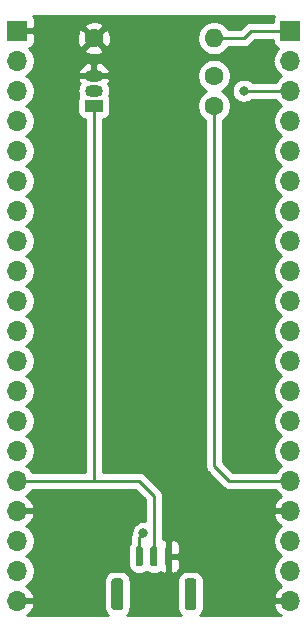
<source format=gbr>
%TF.GenerationSoftware,KiCad,Pcbnew,5.1.8-db9833491~87~ubuntu20.04.1*%
%TF.CreationDate,2020-11-15T22:53:27-05:00*%
%TF.ProjectId,shield,73686965-6c64-42e6-9b69-6361645f7063,rev?*%
%TF.SameCoordinates,Original*%
%TF.FileFunction,Copper,L1,Top*%
%TF.FilePolarity,Positive*%
%FSLAX46Y46*%
G04 Gerber Fmt 4.6, Leading zero omitted, Abs format (unit mm)*
G04 Created by KiCad (PCBNEW 5.1.8-db9833491~87~ubuntu20.04.1) date 2020-11-15 22:53:27*
%MOMM*%
%LPD*%
G01*
G04 APERTURE LIST*
%TA.AperFunction,ComponentPad*%
%ADD10R,1.700000X1.700000*%
%TD*%
%TA.AperFunction,ComponentPad*%
%ADD11O,1.700000X1.700000*%
%TD*%
%TA.AperFunction,ComponentPad*%
%ADD12C,1.600000*%
%TD*%
%TA.AperFunction,ComponentPad*%
%ADD13O,1.600000X1.600000*%
%TD*%
%TA.AperFunction,ComponentPad*%
%ADD14R,1.500000X1.050000*%
%TD*%
%TA.AperFunction,ComponentPad*%
%ADD15O,1.500000X1.050000*%
%TD*%
%TA.AperFunction,ViaPad*%
%ADD16C,0.800000*%
%TD*%
%TA.AperFunction,Conductor*%
%ADD17C,0.250000*%
%TD*%
%TA.AperFunction,Conductor*%
%ADD18C,0.254000*%
%TD*%
%TA.AperFunction,Conductor*%
%ADD19C,0.100000*%
%TD*%
G04 APERTURE END LIST*
%TO.P,J3,1*%
%TO.N,37*%
%TA.AperFunction,SMDPad,CuDef*%
G36*
G01*
X138150000Y-123310000D02*
X138150000Y-121910000D01*
G75*
G02*
X138300000Y-121760000I150000J0D01*
G01*
X138600000Y-121760000D01*
G75*
G02*
X138750000Y-121910000I0J-150000D01*
G01*
X138750000Y-123310000D01*
G75*
G02*
X138600000Y-123460000I-150000J0D01*
G01*
X138300000Y-123460000D01*
G75*
G02*
X138150000Y-123310000I0J150000D01*
G01*
G37*
%TD.AperFunction*%
%TO.P,J3,2*%
%TO.N,3V3-R*%
%TA.AperFunction,SMDPad,CuDef*%
G36*
G01*
X139400000Y-123310000D02*
X139400000Y-121910000D01*
G75*
G02*
X139550000Y-121760000I150000J0D01*
G01*
X139850000Y-121760000D01*
G75*
G02*
X140000000Y-121910000I0J-150000D01*
G01*
X140000000Y-123310000D01*
G75*
G02*
X139850000Y-123460000I-150000J0D01*
G01*
X139550000Y-123460000D01*
G75*
G02*
X139400000Y-123310000I0J150000D01*
G01*
G37*
%TD.AperFunction*%
%TO.P,J3,3*%
%TO.N,GND*%
%TA.AperFunction,SMDPad,CuDef*%
G36*
G01*
X140650000Y-123310000D02*
X140650000Y-121910000D01*
G75*
G02*
X140800000Y-121760000I150000J0D01*
G01*
X141100000Y-121760000D01*
G75*
G02*
X141250000Y-121910000I0J-150000D01*
G01*
X141250000Y-123310000D01*
G75*
G02*
X141100000Y-123460000I-150000J0D01*
G01*
X140800000Y-123460000D01*
G75*
G02*
X140650000Y-123310000I0J150000D01*
G01*
G37*
%TD.AperFunction*%
%TO.P,J3,MP*%
%TO.N,N/C*%
%TA.AperFunction,SMDPad,CuDef*%
G36*
G01*
X136100000Y-126910000D02*
X136100000Y-124710000D01*
G75*
G02*
X136350000Y-124460000I250000J0D01*
G01*
X136850000Y-124460000D01*
G75*
G02*
X137100000Y-124710000I0J-250000D01*
G01*
X137100000Y-126910000D01*
G75*
G02*
X136850000Y-127160000I-250000J0D01*
G01*
X136350000Y-127160000D01*
G75*
G02*
X136100000Y-126910000I0J250000D01*
G01*
G37*
%TD.AperFunction*%
%TA.AperFunction,SMDPad,CuDef*%
G36*
G01*
X142300000Y-126910000D02*
X142300000Y-124710000D01*
G75*
G02*
X142550000Y-124460000I250000J0D01*
G01*
X143050000Y-124460000D01*
G75*
G02*
X143300000Y-124710000I0J-250000D01*
G01*
X143300000Y-126910000D01*
G75*
G02*
X143050000Y-127160000I-250000J0D01*
G01*
X142550000Y-127160000D01*
G75*
G02*
X142300000Y-126910000I0J250000D01*
G01*
G37*
%TD.AperFunction*%
%TD*%
D10*
%TO.P,J1,1*%
%TO.N,36*%
X151257000Y-78105000D03*
D11*
%TO.P,J1,2*%
%TO.N,37*%
X151257000Y-80645000D03*
%TO.P,J1,3*%
%TO.N,38*%
X151257000Y-83185000D03*
%TO.P,J1,4*%
%TO.N,39*%
X151257000Y-85725000D03*
%TO.P,J1,5*%
%TO.N,32*%
X151257000Y-88265000D03*
%TO.P,J1,6*%
%TO.N,33*%
X151257000Y-90805000D03*
%TO.P,J1,7*%
%TO.N,34*%
X151257000Y-93345000D03*
%TO.P,J1,8*%
%TO.N,35*%
X151257000Y-95885000D03*
%TO.P,J1,9*%
%TO.N,25*%
X151257000Y-98425000D03*
%TO.P,J1,10*%
%TO.N,26*%
X151257000Y-100965000D03*
%TO.P,J1,11*%
%TO.N,27*%
X151257000Y-103505000D03*
%TO.P,J1,12*%
%TO.N,14*%
X151257000Y-106045000D03*
%TO.P,J1,13*%
%TO.N,12*%
X151257000Y-108585000D03*
%TO.P,J1,14*%
%TO.N,13*%
X151257000Y-111125000D03*
%TO.P,J1,15*%
%TO.N,RST*%
X151257000Y-113665000D03*
%TO.P,J1,16*%
%TO.N,3V3-L*%
X151257000Y-116205000D03*
%TO.P,J1,17*%
%TO.N,GND*%
X151257000Y-118745000D03*
%TO.P,J1,18*%
%TO.N,VBAT-L*%
X151257000Y-121285000D03*
%TO.P,J1,19*%
%TO.N,VUSB-L*%
X151257000Y-123825000D03*
%TO.P,J1,20*%
%TO.N,GND*%
X151257000Y-126365000D03*
%TD*%
%TO.P,J2,20*%
%TO.N,GND*%
X128143000Y-126365000D03*
%TO.P,J2,19*%
%TO.N,VUSB-R*%
X128143000Y-123825000D03*
%TO.P,J2,18*%
%TO.N,VBAT-R*%
X128143000Y-121285000D03*
%TO.P,J2,17*%
%TO.N,GND*%
X128143000Y-118745000D03*
%TO.P,J2,16*%
%TO.N,3V3-R*%
X128143000Y-116205000D03*
%TO.P,J2,15*%
%TO.N,16*%
X128143000Y-113665000D03*
%TO.P,J2,14*%
%TO.N,17*%
X128143000Y-111125000D03*
%TO.P,J2,13*%
%TO.N,4*%
X128143000Y-108585000D03*
%TO.P,J2,12*%
%TO.N,0*%
X128143000Y-106045000D03*
%TO.P,J2,11*%
%TO.N,2*%
X128143000Y-103505000D03*
%TO.P,J2,10*%
%TO.N,15*%
X128143000Y-100965000D03*
%TO.P,J2,9*%
%TO.N,5*%
X128143000Y-98425000D03*
%TO.P,J2,8*%
%TO.N,18*%
X128143000Y-95885000D03*
%TO.P,J2,7*%
%TO.N,23*%
X128143000Y-93345000D03*
%TO.P,J2,6*%
%TO.N,19*%
X128143000Y-90805000D03*
%TO.P,J2,5*%
%TO.N,22*%
X128143000Y-88265000D03*
%TO.P,J2,4*%
%TO.N,RX*%
X128143000Y-85725000D03*
%TO.P,J2,3*%
%TO.N,TX*%
X128143000Y-83185000D03*
%TO.P,J2,2*%
%TO.N,21*%
X128143000Y-80645000D03*
D10*
%TO.P,J2,1*%
%TO.N,GND*%
X128143000Y-78105000D03*
%TD*%
D12*
%TO.P,R1,2*%
%TO.N,3V3-L*%
X144780000Y-84455000D03*
%TO.P,R1,1*%
%TO.N,36*%
X144780000Y-81915000D03*
%TD*%
D13*
%TO.P,R2,2*%
%TO.N,36*%
X144780000Y-78740000D03*
D12*
%TO.P,R2,1*%
%TO.N,GND*%
X134620000Y-78740000D03*
%TD*%
D14*
%TO.P,U1,1*%
%TO.N,3V3-R*%
X134620000Y-84455000D03*
D15*
%TO.P,U1,3*%
%TO.N,GND*%
X134620000Y-81915000D03*
%TO.P,U1,2*%
%TO.N,38*%
X134620000Y-83185000D03*
%TD*%
D16*
%TO.N,37*%
X138811000Y-120650000D03*
%TO.N,38*%
X147320000Y-83185000D03*
%TD*%
D17*
%TO.N,36*%
X144780000Y-78740000D02*
X147320000Y-78740000D01*
X147955000Y-78105000D02*
X151257000Y-78105000D01*
X147320000Y-78740000D02*
X147955000Y-78105000D01*
%TO.N,37*%
X151257000Y-80645000D02*
X150495000Y-80645000D01*
X138450000Y-121011000D02*
X138811000Y-120650000D01*
X138450000Y-122610000D02*
X138450000Y-121011000D01*
%TO.N,38*%
X147320000Y-83185000D02*
X151257000Y-83185000D01*
%TO.N,3V3-L*%
X146050000Y-116205000D02*
X151257000Y-116205000D01*
X144780000Y-114935000D02*
X146050000Y-116205000D01*
X144780000Y-84455000D02*
X144780000Y-114935000D01*
%TO.N,3V3-R*%
X134620000Y-84455000D02*
X134620000Y-116205000D01*
X139700000Y-117475000D02*
X139700000Y-122610000D01*
X138430000Y-116205000D02*
X139700000Y-117475000D01*
X128143000Y-116205000D02*
X138430000Y-116205000D01*
%TD*%
D18*
%TO.N,GND*%
X149876463Y-76900506D02*
X149817498Y-77010820D01*
X149781188Y-77130518D01*
X149768928Y-77255000D01*
X149768928Y-77345000D01*
X147992333Y-77345000D01*
X147955000Y-77341323D01*
X147917667Y-77345000D01*
X147806014Y-77355997D01*
X147662753Y-77399454D01*
X147530724Y-77470026D01*
X147414999Y-77564999D01*
X147391200Y-77593998D01*
X147005199Y-77980000D01*
X145998043Y-77980000D01*
X145894637Y-77825241D01*
X145694759Y-77625363D01*
X145459727Y-77468320D01*
X145198574Y-77360147D01*
X144921335Y-77305000D01*
X144638665Y-77305000D01*
X144361426Y-77360147D01*
X144100273Y-77468320D01*
X143865241Y-77625363D01*
X143665363Y-77825241D01*
X143508320Y-78060273D01*
X143400147Y-78321426D01*
X143345000Y-78598665D01*
X143345000Y-78881335D01*
X143400147Y-79158574D01*
X143508320Y-79419727D01*
X143665363Y-79654759D01*
X143865241Y-79854637D01*
X144100273Y-80011680D01*
X144361426Y-80119853D01*
X144638665Y-80175000D01*
X144921335Y-80175000D01*
X145198574Y-80119853D01*
X145459727Y-80011680D01*
X145694759Y-79854637D01*
X145894637Y-79654759D01*
X145998043Y-79500000D01*
X147282678Y-79500000D01*
X147320000Y-79503676D01*
X147357322Y-79500000D01*
X147357333Y-79500000D01*
X147468986Y-79489003D01*
X147612247Y-79445546D01*
X147744276Y-79374974D01*
X147860001Y-79280001D01*
X147883803Y-79250998D01*
X148269802Y-78865000D01*
X149768928Y-78865000D01*
X149768928Y-78955000D01*
X149781188Y-79079482D01*
X149817498Y-79199180D01*
X149876463Y-79309494D01*
X149955815Y-79406185D01*
X150052506Y-79485537D01*
X150162820Y-79544502D01*
X150235380Y-79566513D01*
X150103525Y-79698368D01*
X149941010Y-79941589D01*
X149829068Y-80211842D01*
X149807905Y-80318234D01*
X149789454Y-80352753D01*
X149745997Y-80496014D01*
X149731323Y-80645000D01*
X149745997Y-80793986D01*
X149789454Y-80937247D01*
X149807905Y-80971766D01*
X149829068Y-81078158D01*
X149941010Y-81348411D01*
X150103525Y-81591632D01*
X150310368Y-81798475D01*
X150484760Y-81915000D01*
X150310368Y-82031525D01*
X150103525Y-82238368D01*
X149978822Y-82425000D01*
X148023711Y-82425000D01*
X147979774Y-82381063D01*
X147810256Y-82267795D01*
X147621898Y-82189774D01*
X147421939Y-82150000D01*
X147218061Y-82150000D01*
X147018102Y-82189774D01*
X146829744Y-82267795D01*
X146660226Y-82381063D01*
X146516063Y-82525226D01*
X146402795Y-82694744D01*
X146324774Y-82883102D01*
X146285000Y-83083061D01*
X146285000Y-83286939D01*
X146324774Y-83486898D01*
X146402795Y-83675256D01*
X146516063Y-83844774D01*
X146660226Y-83988937D01*
X146829744Y-84102205D01*
X147018102Y-84180226D01*
X147218061Y-84220000D01*
X147421939Y-84220000D01*
X147621898Y-84180226D01*
X147810256Y-84102205D01*
X147979774Y-83988937D01*
X148023711Y-83945000D01*
X149978822Y-83945000D01*
X150103525Y-84131632D01*
X150310368Y-84338475D01*
X150484760Y-84455000D01*
X150310368Y-84571525D01*
X150103525Y-84778368D01*
X149941010Y-85021589D01*
X149829068Y-85291842D01*
X149772000Y-85578740D01*
X149772000Y-85871260D01*
X149829068Y-86158158D01*
X149941010Y-86428411D01*
X150103525Y-86671632D01*
X150310368Y-86878475D01*
X150484760Y-86995000D01*
X150310368Y-87111525D01*
X150103525Y-87318368D01*
X149941010Y-87561589D01*
X149829068Y-87831842D01*
X149772000Y-88118740D01*
X149772000Y-88411260D01*
X149829068Y-88698158D01*
X149941010Y-88968411D01*
X150103525Y-89211632D01*
X150310368Y-89418475D01*
X150484760Y-89535000D01*
X150310368Y-89651525D01*
X150103525Y-89858368D01*
X149941010Y-90101589D01*
X149829068Y-90371842D01*
X149772000Y-90658740D01*
X149772000Y-90951260D01*
X149829068Y-91238158D01*
X149941010Y-91508411D01*
X150103525Y-91751632D01*
X150310368Y-91958475D01*
X150484760Y-92075000D01*
X150310368Y-92191525D01*
X150103525Y-92398368D01*
X149941010Y-92641589D01*
X149829068Y-92911842D01*
X149772000Y-93198740D01*
X149772000Y-93491260D01*
X149829068Y-93778158D01*
X149941010Y-94048411D01*
X150103525Y-94291632D01*
X150310368Y-94498475D01*
X150484760Y-94615000D01*
X150310368Y-94731525D01*
X150103525Y-94938368D01*
X149941010Y-95181589D01*
X149829068Y-95451842D01*
X149772000Y-95738740D01*
X149772000Y-96031260D01*
X149829068Y-96318158D01*
X149941010Y-96588411D01*
X150103525Y-96831632D01*
X150310368Y-97038475D01*
X150484760Y-97155000D01*
X150310368Y-97271525D01*
X150103525Y-97478368D01*
X149941010Y-97721589D01*
X149829068Y-97991842D01*
X149772000Y-98278740D01*
X149772000Y-98571260D01*
X149829068Y-98858158D01*
X149941010Y-99128411D01*
X150103525Y-99371632D01*
X150310368Y-99578475D01*
X150484760Y-99695000D01*
X150310368Y-99811525D01*
X150103525Y-100018368D01*
X149941010Y-100261589D01*
X149829068Y-100531842D01*
X149772000Y-100818740D01*
X149772000Y-101111260D01*
X149829068Y-101398158D01*
X149941010Y-101668411D01*
X150103525Y-101911632D01*
X150310368Y-102118475D01*
X150484760Y-102235000D01*
X150310368Y-102351525D01*
X150103525Y-102558368D01*
X149941010Y-102801589D01*
X149829068Y-103071842D01*
X149772000Y-103358740D01*
X149772000Y-103651260D01*
X149829068Y-103938158D01*
X149941010Y-104208411D01*
X150103525Y-104451632D01*
X150310368Y-104658475D01*
X150484760Y-104775000D01*
X150310368Y-104891525D01*
X150103525Y-105098368D01*
X149941010Y-105341589D01*
X149829068Y-105611842D01*
X149772000Y-105898740D01*
X149772000Y-106191260D01*
X149829068Y-106478158D01*
X149941010Y-106748411D01*
X150103525Y-106991632D01*
X150310368Y-107198475D01*
X150484760Y-107315000D01*
X150310368Y-107431525D01*
X150103525Y-107638368D01*
X149941010Y-107881589D01*
X149829068Y-108151842D01*
X149772000Y-108438740D01*
X149772000Y-108731260D01*
X149829068Y-109018158D01*
X149941010Y-109288411D01*
X150103525Y-109531632D01*
X150310368Y-109738475D01*
X150484760Y-109855000D01*
X150310368Y-109971525D01*
X150103525Y-110178368D01*
X149941010Y-110421589D01*
X149829068Y-110691842D01*
X149772000Y-110978740D01*
X149772000Y-111271260D01*
X149829068Y-111558158D01*
X149941010Y-111828411D01*
X150103525Y-112071632D01*
X150310368Y-112278475D01*
X150484760Y-112395000D01*
X150310368Y-112511525D01*
X150103525Y-112718368D01*
X149941010Y-112961589D01*
X149829068Y-113231842D01*
X149772000Y-113518740D01*
X149772000Y-113811260D01*
X149829068Y-114098158D01*
X149941010Y-114368411D01*
X150103525Y-114611632D01*
X150310368Y-114818475D01*
X150484760Y-114935000D01*
X150310368Y-115051525D01*
X150103525Y-115258368D01*
X149978822Y-115445000D01*
X146364802Y-115445000D01*
X145540000Y-114620199D01*
X145540000Y-85673043D01*
X145694759Y-85569637D01*
X145894637Y-85369759D01*
X146051680Y-85134727D01*
X146159853Y-84873574D01*
X146215000Y-84596335D01*
X146215000Y-84313665D01*
X146159853Y-84036426D01*
X146051680Y-83775273D01*
X145894637Y-83540241D01*
X145694759Y-83340363D01*
X145462241Y-83185000D01*
X145694759Y-83029637D01*
X145894637Y-82829759D01*
X146051680Y-82594727D01*
X146159853Y-82333574D01*
X146215000Y-82056335D01*
X146215000Y-81773665D01*
X146159853Y-81496426D01*
X146051680Y-81235273D01*
X145894637Y-81000241D01*
X145694759Y-80800363D01*
X145459727Y-80643320D01*
X145198574Y-80535147D01*
X144921335Y-80480000D01*
X144638665Y-80480000D01*
X144361426Y-80535147D01*
X144100273Y-80643320D01*
X143865241Y-80800363D01*
X143665363Y-81000241D01*
X143508320Y-81235273D01*
X143400147Y-81496426D01*
X143345000Y-81773665D01*
X143345000Y-82056335D01*
X143400147Y-82333574D01*
X143508320Y-82594727D01*
X143665363Y-82829759D01*
X143865241Y-83029637D01*
X144097759Y-83185000D01*
X143865241Y-83340363D01*
X143665363Y-83540241D01*
X143508320Y-83775273D01*
X143400147Y-84036426D01*
X143345000Y-84313665D01*
X143345000Y-84596335D01*
X143400147Y-84873574D01*
X143508320Y-85134727D01*
X143665363Y-85369759D01*
X143865241Y-85569637D01*
X144020000Y-85673043D01*
X144020001Y-114897667D01*
X144016324Y-114935000D01*
X144030998Y-115083985D01*
X144074454Y-115227246D01*
X144145026Y-115359276D01*
X144212362Y-115441324D01*
X144240000Y-115475001D01*
X144268998Y-115498799D01*
X145486200Y-116716002D01*
X145509999Y-116745001D01*
X145625724Y-116839974D01*
X145757753Y-116910546D01*
X145901014Y-116954003D01*
X146012667Y-116965000D01*
X146012676Y-116965000D01*
X146049999Y-116968676D01*
X146087322Y-116965000D01*
X149978822Y-116965000D01*
X150103525Y-117151632D01*
X150310368Y-117358475D01*
X150492534Y-117480195D01*
X150375645Y-117549822D01*
X150159412Y-117744731D01*
X149985359Y-117978080D01*
X149860175Y-118240901D01*
X149815524Y-118388110D01*
X149936845Y-118618000D01*
X151130000Y-118618000D01*
X151130000Y-118598000D01*
X151384000Y-118598000D01*
X151384000Y-118618000D01*
X151404000Y-118618000D01*
X151404000Y-118872000D01*
X151384000Y-118872000D01*
X151384000Y-118892000D01*
X151130000Y-118892000D01*
X151130000Y-118872000D01*
X149936845Y-118872000D01*
X149815524Y-119101890D01*
X149860175Y-119249099D01*
X149985359Y-119511920D01*
X150159412Y-119745269D01*
X150375645Y-119940178D01*
X150492534Y-120009805D01*
X150310368Y-120131525D01*
X150103525Y-120338368D01*
X149941010Y-120581589D01*
X149829068Y-120851842D01*
X149772000Y-121138740D01*
X149772000Y-121431260D01*
X149829068Y-121718158D01*
X149941010Y-121988411D01*
X150103525Y-122231632D01*
X150310368Y-122438475D01*
X150484760Y-122555000D01*
X150310368Y-122671525D01*
X150103525Y-122878368D01*
X149941010Y-123121589D01*
X149829068Y-123391842D01*
X149772000Y-123678740D01*
X149772000Y-123971260D01*
X149829068Y-124258158D01*
X149941010Y-124528411D01*
X150103525Y-124771632D01*
X150310368Y-124978475D01*
X150492534Y-125100195D01*
X150375645Y-125169822D01*
X150159412Y-125364731D01*
X149985359Y-125598080D01*
X149860175Y-125860901D01*
X149815524Y-126008110D01*
X149936845Y-126238000D01*
X151130000Y-126238000D01*
X151130000Y-126218000D01*
X151384000Y-126218000D01*
X151384000Y-126238000D01*
X151404000Y-126238000D01*
X151404000Y-126492000D01*
X151384000Y-126492000D01*
X151384000Y-126512000D01*
X151130000Y-126512000D01*
X151130000Y-126492000D01*
X149936845Y-126492000D01*
X149815524Y-126721890D01*
X149860175Y-126869099D01*
X149985359Y-127131920D01*
X150159412Y-127365269D01*
X150375645Y-127560178D01*
X150459285Y-127610000D01*
X143590183Y-127610000D01*
X143677962Y-127537962D01*
X143788405Y-127403386D01*
X143870472Y-127249850D01*
X143921008Y-127083254D01*
X143938072Y-126910000D01*
X143938072Y-124710000D01*
X143921008Y-124536746D01*
X143870472Y-124370150D01*
X143788405Y-124216614D01*
X143677962Y-124082038D01*
X143543386Y-123971595D01*
X143389850Y-123889528D01*
X143223254Y-123838992D01*
X143050000Y-123821928D01*
X142550000Y-123821928D01*
X142376746Y-123838992D01*
X142210150Y-123889528D01*
X142056614Y-123971595D01*
X141922038Y-124082038D01*
X141811595Y-124216614D01*
X141729528Y-124370150D01*
X141678992Y-124536746D01*
X141661928Y-124710000D01*
X141661928Y-126910000D01*
X141678992Y-127083254D01*
X141729528Y-127249850D01*
X141811595Y-127403386D01*
X141922038Y-127537962D01*
X142009817Y-127610000D01*
X137390183Y-127610000D01*
X137477962Y-127537962D01*
X137588405Y-127403386D01*
X137670472Y-127249850D01*
X137721008Y-127083254D01*
X137738072Y-126910000D01*
X137738072Y-124710000D01*
X137721008Y-124536746D01*
X137670472Y-124370150D01*
X137588405Y-124216614D01*
X137477962Y-124082038D01*
X137343386Y-123971595D01*
X137189850Y-123889528D01*
X137023254Y-123838992D01*
X136850000Y-123821928D01*
X136350000Y-123821928D01*
X136176746Y-123838992D01*
X136010150Y-123889528D01*
X135856614Y-123971595D01*
X135722038Y-124082038D01*
X135611595Y-124216614D01*
X135529528Y-124370150D01*
X135478992Y-124536746D01*
X135461928Y-124710000D01*
X135461928Y-126910000D01*
X135478992Y-127083254D01*
X135529528Y-127249850D01*
X135611595Y-127403386D01*
X135722038Y-127537962D01*
X135809817Y-127610000D01*
X128940715Y-127610000D01*
X129024355Y-127560178D01*
X129240588Y-127365269D01*
X129414641Y-127131920D01*
X129539825Y-126869099D01*
X129584476Y-126721890D01*
X129463155Y-126492000D01*
X128270000Y-126492000D01*
X128270000Y-126512000D01*
X128016000Y-126512000D01*
X128016000Y-126492000D01*
X127996000Y-126492000D01*
X127996000Y-126238000D01*
X128016000Y-126238000D01*
X128016000Y-126218000D01*
X128270000Y-126218000D01*
X128270000Y-126238000D01*
X129463155Y-126238000D01*
X129584476Y-126008110D01*
X129539825Y-125860901D01*
X129414641Y-125598080D01*
X129240588Y-125364731D01*
X129024355Y-125169822D01*
X128907466Y-125100195D01*
X129089632Y-124978475D01*
X129296475Y-124771632D01*
X129458990Y-124528411D01*
X129570932Y-124258158D01*
X129628000Y-123971260D01*
X129628000Y-123678740D01*
X129570932Y-123391842D01*
X129458990Y-123121589D01*
X129296475Y-122878368D01*
X129089632Y-122671525D01*
X128915240Y-122555000D01*
X129089632Y-122438475D01*
X129296475Y-122231632D01*
X129458990Y-121988411D01*
X129570932Y-121718158D01*
X129628000Y-121431260D01*
X129628000Y-121138740D01*
X129570932Y-120851842D01*
X129458990Y-120581589D01*
X129296475Y-120338368D01*
X129089632Y-120131525D01*
X128907466Y-120009805D01*
X129024355Y-119940178D01*
X129240588Y-119745269D01*
X129414641Y-119511920D01*
X129539825Y-119249099D01*
X129584476Y-119101890D01*
X129463155Y-118872000D01*
X128270000Y-118872000D01*
X128270000Y-118892000D01*
X128016000Y-118892000D01*
X128016000Y-118872000D01*
X127996000Y-118872000D01*
X127996000Y-118618000D01*
X128016000Y-118618000D01*
X128016000Y-118598000D01*
X128270000Y-118598000D01*
X128270000Y-118618000D01*
X129463155Y-118618000D01*
X129584476Y-118388110D01*
X129539825Y-118240901D01*
X129414641Y-117978080D01*
X129240588Y-117744731D01*
X129024355Y-117549822D01*
X128907466Y-117480195D01*
X129089632Y-117358475D01*
X129296475Y-117151632D01*
X129421178Y-116965000D01*
X134582667Y-116965000D01*
X134620000Y-116968677D01*
X134657333Y-116965000D01*
X138115199Y-116965000D01*
X138940000Y-117789802D01*
X138940000Y-119620383D01*
X138912939Y-119615000D01*
X138709061Y-119615000D01*
X138509102Y-119654774D01*
X138320744Y-119732795D01*
X138151226Y-119846063D01*
X138007063Y-119990226D01*
X137893795Y-120159744D01*
X137815774Y-120348102D01*
X137776000Y-120548061D01*
X137776000Y-120659736D01*
X137744454Y-120718754D01*
X137700998Y-120862015D01*
X137686324Y-121011000D01*
X137690001Y-121048332D01*
X137690001Y-121417023D01*
X137644742Y-121472171D01*
X137571916Y-121608418D01*
X137527071Y-121756255D01*
X137511928Y-121910000D01*
X137511928Y-123310000D01*
X137527071Y-123463745D01*
X137571916Y-123611582D01*
X137644742Y-123747829D01*
X137742749Y-123867251D01*
X137862171Y-123965258D01*
X137998418Y-124038084D01*
X138146255Y-124082929D01*
X138300000Y-124098072D01*
X138600000Y-124098072D01*
X138753745Y-124082929D01*
X138901582Y-124038084D01*
X139037829Y-123965258D01*
X139075000Y-123934753D01*
X139112171Y-123965258D01*
X139248418Y-124038084D01*
X139396255Y-124082929D01*
X139550000Y-124098072D01*
X139850000Y-124098072D01*
X140003745Y-124082929D01*
X140151582Y-124038084D01*
X140273825Y-123972744D01*
X140295506Y-123990537D01*
X140405820Y-124049502D01*
X140525518Y-124085812D01*
X140650000Y-124098072D01*
X140664250Y-124095000D01*
X140823000Y-123936250D01*
X140823000Y-122737000D01*
X141077000Y-122737000D01*
X141077000Y-123936250D01*
X141235750Y-124095000D01*
X141250000Y-124098072D01*
X141374482Y-124085812D01*
X141494180Y-124049502D01*
X141604494Y-123990537D01*
X141701185Y-123911185D01*
X141780537Y-123814494D01*
X141839502Y-123704180D01*
X141875812Y-123584482D01*
X141888072Y-123460000D01*
X141885000Y-122895750D01*
X141726250Y-122737000D01*
X141077000Y-122737000D01*
X140823000Y-122737000D01*
X140803000Y-122737000D01*
X140803000Y-122483000D01*
X140823000Y-122483000D01*
X140823000Y-121283750D01*
X141077000Y-121283750D01*
X141077000Y-122483000D01*
X141726250Y-122483000D01*
X141885000Y-122324250D01*
X141888072Y-121760000D01*
X141875812Y-121635518D01*
X141839502Y-121515820D01*
X141780537Y-121405506D01*
X141701185Y-121308815D01*
X141604494Y-121229463D01*
X141494180Y-121170498D01*
X141374482Y-121134188D01*
X141250000Y-121121928D01*
X141235750Y-121125000D01*
X141077000Y-121283750D01*
X140823000Y-121283750D01*
X140664250Y-121125000D01*
X140650000Y-121121928D01*
X140525518Y-121134188D01*
X140460000Y-121154063D01*
X140460000Y-117512322D01*
X140463676Y-117474999D01*
X140460000Y-117437676D01*
X140460000Y-117437667D01*
X140449003Y-117326014D01*
X140405546Y-117182753D01*
X140334974Y-117050724D01*
X140240001Y-116934999D01*
X140211004Y-116911202D01*
X138993804Y-115694003D01*
X138970001Y-115664999D01*
X138854276Y-115570026D01*
X138722247Y-115499454D01*
X138578986Y-115455997D01*
X138467333Y-115445000D01*
X138467322Y-115445000D01*
X138430000Y-115441324D01*
X138392678Y-115445000D01*
X135380000Y-115445000D01*
X135380000Y-85617087D01*
X135494482Y-85605812D01*
X135614180Y-85569502D01*
X135724494Y-85510537D01*
X135821185Y-85431185D01*
X135900537Y-85334494D01*
X135959502Y-85224180D01*
X135995812Y-85104482D01*
X136008072Y-84980000D01*
X136008072Y-83930000D01*
X135995812Y-83805518D01*
X135959502Y-83685820D01*
X135924907Y-83621098D01*
X135988215Y-83412400D01*
X136010612Y-83185000D01*
X135988215Y-82957600D01*
X135921885Y-82738940D01*
X135821071Y-82550331D01*
X135862275Y-82491882D01*
X135955272Y-82282337D01*
X135963964Y-82220810D01*
X135838163Y-82042000D01*
X135073109Y-82042000D01*
X135072400Y-82041785D01*
X134901979Y-82025000D01*
X134338021Y-82025000D01*
X134167600Y-82041785D01*
X134166891Y-82042000D01*
X133401837Y-82042000D01*
X133276036Y-82220810D01*
X133284728Y-82282337D01*
X133377725Y-82491882D01*
X133418929Y-82550331D01*
X133318115Y-82738940D01*
X133251785Y-82957600D01*
X133229388Y-83185000D01*
X133251785Y-83412400D01*
X133315093Y-83621098D01*
X133280498Y-83685820D01*
X133244188Y-83805518D01*
X133231928Y-83930000D01*
X133231928Y-84980000D01*
X133244188Y-85104482D01*
X133280498Y-85224180D01*
X133339463Y-85334494D01*
X133418815Y-85431185D01*
X133515506Y-85510537D01*
X133625820Y-85569502D01*
X133745518Y-85605812D01*
X133860000Y-85617087D01*
X133860001Y-115445000D01*
X129421178Y-115445000D01*
X129296475Y-115258368D01*
X129089632Y-115051525D01*
X128915240Y-114935000D01*
X129089632Y-114818475D01*
X129296475Y-114611632D01*
X129458990Y-114368411D01*
X129570932Y-114098158D01*
X129628000Y-113811260D01*
X129628000Y-113518740D01*
X129570932Y-113231842D01*
X129458990Y-112961589D01*
X129296475Y-112718368D01*
X129089632Y-112511525D01*
X128915240Y-112395000D01*
X129089632Y-112278475D01*
X129296475Y-112071632D01*
X129458990Y-111828411D01*
X129570932Y-111558158D01*
X129628000Y-111271260D01*
X129628000Y-110978740D01*
X129570932Y-110691842D01*
X129458990Y-110421589D01*
X129296475Y-110178368D01*
X129089632Y-109971525D01*
X128915240Y-109855000D01*
X129089632Y-109738475D01*
X129296475Y-109531632D01*
X129458990Y-109288411D01*
X129570932Y-109018158D01*
X129628000Y-108731260D01*
X129628000Y-108438740D01*
X129570932Y-108151842D01*
X129458990Y-107881589D01*
X129296475Y-107638368D01*
X129089632Y-107431525D01*
X128915240Y-107315000D01*
X129089632Y-107198475D01*
X129296475Y-106991632D01*
X129458990Y-106748411D01*
X129570932Y-106478158D01*
X129628000Y-106191260D01*
X129628000Y-105898740D01*
X129570932Y-105611842D01*
X129458990Y-105341589D01*
X129296475Y-105098368D01*
X129089632Y-104891525D01*
X128915240Y-104775000D01*
X129089632Y-104658475D01*
X129296475Y-104451632D01*
X129458990Y-104208411D01*
X129570932Y-103938158D01*
X129628000Y-103651260D01*
X129628000Y-103358740D01*
X129570932Y-103071842D01*
X129458990Y-102801589D01*
X129296475Y-102558368D01*
X129089632Y-102351525D01*
X128915240Y-102235000D01*
X129089632Y-102118475D01*
X129296475Y-101911632D01*
X129458990Y-101668411D01*
X129570932Y-101398158D01*
X129628000Y-101111260D01*
X129628000Y-100818740D01*
X129570932Y-100531842D01*
X129458990Y-100261589D01*
X129296475Y-100018368D01*
X129089632Y-99811525D01*
X128915240Y-99695000D01*
X129089632Y-99578475D01*
X129296475Y-99371632D01*
X129458990Y-99128411D01*
X129570932Y-98858158D01*
X129628000Y-98571260D01*
X129628000Y-98278740D01*
X129570932Y-97991842D01*
X129458990Y-97721589D01*
X129296475Y-97478368D01*
X129089632Y-97271525D01*
X128915240Y-97155000D01*
X129089632Y-97038475D01*
X129296475Y-96831632D01*
X129458990Y-96588411D01*
X129570932Y-96318158D01*
X129628000Y-96031260D01*
X129628000Y-95738740D01*
X129570932Y-95451842D01*
X129458990Y-95181589D01*
X129296475Y-94938368D01*
X129089632Y-94731525D01*
X128915240Y-94615000D01*
X129089632Y-94498475D01*
X129296475Y-94291632D01*
X129458990Y-94048411D01*
X129570932Y-93778158D01*
X129628000Y-93491260D01*
X129628000Y-93198740D01*
X129570932Y-92911842D01*
X129458990Y-92641589D01*
X129296475Y-92398368D01*
X129089632Y-92191525D01*
X128915240Y-92075000D01*
X129089632Y-91958475D01*
X129296475Y-91751632D01*
X129458990Y-91508411D01*
X129570932Y-91238158D01*
X129628000Y-90951260D01*
X129628000Y-90658740D01*
X129570932Y-90371842D01*
X129458990Y-90101589D01*
X129296475Y-89858368D01*
X129089632Y-89651525D01*
X128915240Y-89535000D01*
X129089632Y-89418475D01*
X129296475Y-89211632D01*
X129458990Y-88968411D01*
X129570932Y-88698158D01*
X129628000Y-88411260D01*
X129628000Y-88118740D01*
X129570932Y-87831842D01*
X129458990Y-87561589D01*
X129296475Y-87318368D01*
X129089632Y-87111525D01*
X128915240Y-86995000D01*
X129089632Y-86878475D01*
X129296475Y-86671632D01*
X129458990Y-86428411D01*
X129570932Y-86158158D01*
X129628000Y-85871260D01*
X129628000Y-85578740D01*
X129570932Y-85291842D01*
X129458990Y-85021589D01*
X129296475Y-84778368D01*
X129089632Y-84571525D01*
X128915240Y-84455000D01*
X129089632Y-84338475D01*
X129296475Y-84131632D01*
X129458990Y-83888411D01*
X129570932Y-83618158D01*
X129628000Y-83331260D01*
X129628000Y-83038740D01*
X129570932Y-82751842D01*
X129458990Y-82481589D01*
X129296475Y-82238368D01*
X129089632Y-82031525D01*
X128915240Y-81915000D01*
X129089632Y-81798475D01*
X129278917Y-81609190D01*
X133276036Y-81609190D01*
X133401837Y-81788000D01*
X134493000Y-81788000D01*
X134493000Y-80908402D01*
X134747000Y-80908402D01*
X134747000Y-81788000D01*
X135838163Y-81788000D01*
X135963964Y-81609190D01*
X135955272Y-81547663D01*
X135862275Y-81338118D01*
X135730184Y-81150742D01*
X135564076Y-80992736D01*
X135370334Y-80870172D01*
X135156404Y-80787761D01*
X134930507Y-80748669D01*
X134747000Y-80908402D01*
X134493000Y-80908402D01*
X134309493Y-80748669D01*
X134083596Y-80787761D01*
X133869666Y-80870172D01*
X133675924Y-80992736D01*
X133509816Y-81150742D01*
X133377725Y-81338118D01*
X133284728Y-81547663D01*
X133276036Y-81609190D01*
X129278917Y-81609190D01*
X129296475Y-81591632D01*
X129458990Y-81348411D01*
X129570932Y-81078158D01*
X129628000Y-80791260D01*
X129628000Y-80498740D01*
X129570932Y-80211842D01*
X129458990Y-79941589D01*
X129319417Y-79732702D01*
X133806903Y-79732702D01*
X133878486Y-79976671D01*
X134133996Y-80097571D01*
X134408184Y-80166300D01*
X134690512Y-80180217D01*
X134970130Y-80138787D01*
X135236292Y-80043603D01*
X135361514Y-79976671D01*
X135433097Y-79732702D01*
X134620000Y-78919605D01*
X133806903Y-79732702D01*
X129319417Y-79732702D01*
X129296475Y-79698368D01*
X129164620Y-79566513D01*
X129237180Y-79544502D01*
X129347494Y-79485537D01*
X129444185Y-79406185D01*
X129523537Y-79309494D01*
X129582502Y-79199180D01*
X129618812Y-79079482D01*
X129631072Y-78955000D01*
X129630286Y-78810512D01*
X133179783Y-78810512D01*
X133221213Y-79090130D01*
X133316397Y-79356292D01*
X133383329Y-79481514D01*
X133627298Y-79553097D01*
X134440395Y-78740000D01*
X134799605Y-78740000D01*
X135612702Y-79553097D01*
X135856671Y-79481514D01*
X135977571Y-79226004D01*
X136046300Y-78951816D01*
X136060217Y-78669488D01*
X136018787Y-78389870D01*
X135923603Y-78123708D01*
X135856671Y-77998486D01*
X135612702Y-77926903D01*
X134799605Y-78740000D01*
X134440395Y-78740000D01*
X133627298Y-77926903D01*
X133383329Y-77998486D01*
X133262429Y-78253996D01*
X133193700Y-78528184D01*
X133179783Y-78810512D01*
X129630286Y-78810512D01*
X129628000Y-78390750D01*
X129469250Y-78232000D01*
X128270000Y-78232000D01*
X128270000Y-78252000D01*
X128016000Y-78252000D01*
X128016000Y-78232000D01*
X127996000Y-78232000D01*
X127996000Y-77978000D01*
X128016000Y-77978000D01*
X128016000Y-77958000D01*
X128270000Y-77958000D01*
X128270000Y-77978000D01*
X129469250Y-77978000D01*
X129628000Y-77819250D01*
X129628391Y-77747298D01*
X133806903Y-77747298D01*
X134620000Y-78560395D01*
X135433097Y-77747298D01*
X135361514Y-77503329D01*
X135106004Y-77382429D01*
X134831816Y-77313700D01*
X134549488Y-77299783D01*
X134269870Y-77341213D01*
X134003708Y-77436397D01*
X133878486Y-77503329D01*
X133806903Y-77747298D01*
X129628391Y-77747298D01*
X129631072Y-77255000D01*
X129618812Y-77130518D01*
X129582502Y-77010820D01*
X129523537Y-76900506D01*
X129490295Y-76860000D01*
X149909705Y-76860000D01*
X149876463Y-76900506D01*
%TA.AperFunction,Conductor*%
D19*
G36*
X149876463Y-76900506D02*
G01*
X149817498Y-77010820D01*
X149781188Y-77130518D01*
X149768928Y-77255000D01*
X149768928Y-77345000D01*
X147992333Y-77345000D01*
X147955000Y-77341323D01*
X147917667Y-77345000D01*
X147806014Y-77355997D01*
X147662753Y-77399454D01*
X147530724Y-77470026D01*
X147414999Y-77564999D01*
X147391200Y-77593998D01*
X147005199Y-77980000D01*
X145998043Y-77980000D01*
X145894637Y-77825241D01*
X145694759Y-77625363D01*
X145459727Y-77468320D01*
X145198574Y-77360147D01*
X144921335Y-77305000D01*
X144638665Y-77305000D01*
X144361426Y-77360147D01*
X144100273Y-77468320D01*
X143865241Y-77625363D01*
X143665363Y-77825241D01*
X143508320Y-78060273D01*
X143400147Y-78321426D01*
X143345000Y-78598665D01*
X143345000Y-78881335D01*
X143400147Y-79158574D01*
X143508320Y-79419727D01*
X143665363Y-79654759D01*
X143865241Y-79854637D01*
X144100273Y-80011680D01*
X144361426Y-80119853D01*
X144638665Y-80175000D01*
X144921335Y-80175000D01*
X145198574Y-80119853D01*
X145459727Y-80011680D01*
X145694759Y-79854637D01*
X145894637Y-79654759D01*
X145998043Y-79500000D01*
X147282678Y-79500000D01*
X147320000Y-79503676D01*
X147357322Y-79500000D01*
X147357333Y-79500000D01*
X147468986Y-79489003D01*
X147612247Y-79445546D01*
X147744276Y-79374974D01*
X147860001Y-79280001D01*
X147883803Y-79250998D01*
X148269802Y-78865000D01*
X149768928Y-78865000D01*
X149768928Y-78955000D01*
X149781188Y-79079482D01*
X149817498Y-79199180D01*
X149876463Y-79309494D01*
X149955815Y-79406185D01*
X150052506Y-79485537D01*
X150162820Y-79544502D01*
X150235380Y-79566513D01*
X150103525Y-79698368D01*
X149941010Y-79941589D01*
X149829068Y-80211842D01*
X149807905Y-80318234D01*
X149789454Y-80352753D01*
X149745997Y-80496014D01*
X149731323Y-80645000D01*
X149745997Y-80793986D01*
X149789454Y-80937247D01*
X149807905Y-80971766D01*
X149829068Y-81078158D01*
X149941010Y-81348411D01*
X150103525Y-81591632D01*
X150310368Y-81798475D01*
X150484760Y-81915000D01*
X150310368Y-82031525D01*
X150103525Y-82238368D01*
X149978822Y-82425000D01*
X148023711Y-82425000D01*
X147979774Y-82381063D01*
X147810256Y-82267795D01*
X147621898Y-82189774D01*
X147421939Y-82150000D01*
X147218061Y-82150000D01*
X147018102Y-82189774D01*
X146829744Y-82267795D01*
X146660226Y-82381063D01*
X146516063Y-82525226D01*
X146402795Y-82694744D01*
X146324774Y-82883102D01*
X146285000Y-83083061D01*
X146285000Y-83286939D01*
X146324774Y-83486898D01*
X146402795Y-83675256D01*
X146516063Y-83844774D01*
X146660226Y-83988937D01*
X146829744Y-84102205D01*
X147018102Y-84180226D01*
X147218061Y-84220000D01*
X147421939Y-84220000D01*
X147621898Y-84180226D01*
X147810256Y-84102205D01*
X147979774Y-83988937D01*
X148023711Y-83945000D01*
X149978822Y-83945000D01*
X150103525Y-84131632D01*
X150310368Y-84338475D01*
X150484760Y-84455000D01*
X150310368Y-84571525D01*
X150103525Y-84778368D01*
X149941010Y-85021589D01*
X149829068Y-85291842D01*
X149772000Y-85578740D01*
X149772000Y-85871260D01*
X149829068Y-86158158D01*
X149941010Y-86428411D01*
X150103525Y-86671632D01*
X150310368Y-86878475D01*
X150484760Y-86995000D01*
X150310368Y-87111525D01*
X150103525Y-87318368D01*
X149941010Y-87561589D01*
X149829068Y-87831842D01*
X149772000Y-88118740D01*
X149772000Y-88411260D01*
X149829068Y-88698158D01*
X149941010Y-88968411D01*
X150103525Y-89211632D01*
X150310368Y-89418475D01*
X150484760Y-89535000D01*
X150310368Y-89651525D01*
X150103525Y-89858368D01*
X149941010Y-90101589D01*
X149829068Y-90371842D01*
X149772000Y-90658740D01*
X149772000Y-90951260D01*
X149829068Y-91238158D01*
X149941010Y-91508411D01*
X150103525Y-91751632D01*
X150310368Y-91958475D01*
X150484760Y-92075000D01*
X150310368Y-92191525D01*
X150103525Y-92398368D01*
X149941010Y-92641589D01*
X149829068Y-92911842D01*
X149772000Y-93198740D01*
X149772000Y-93491260D01*
X149829068Y-93778158D01*
X149941010Y-94048411D01*
X150103525Y-94291632D01*
X150310368Y-94498475D01*
X150484760Y-94615000D01*
X150310368Y-94731525D01*
X150103525Y-94938368D01*
X149941010Y-95181589D01*
X149829068Y-95451842D01*
X149772000Y-95738740D01*
X149772000Y-96031260D01*
X149829068Y-96318158D01*
X149941010Y-96588411D01*
X150103525Y-96831632D01*
X150310368Y-97038475D01*
X150484760Y-97155000D01*
X150310368Y-97271525D01*
X150103525Y-97478368D01*
X149941010Y-97721589D01*
X149829068Y-97991842D01*
X149772000Y-98278740D01*
X149772000Y-98571260D01*
X149829068Y-98858158D01*
X149941010Y-99128411D01*
X150103525Y-99371632D01*
X150310368Y-99578475D01*
X150484760Y-99695000D01*
X150310368Y-99811525D01*
X150103525Y-100018368D01*
X149941010Y-100261589D01*
X149829068Y-100531842D01*
X149772000Y-100818740D01*
X149772000Y-101111260D01*
X149829068Y-101398158D01*
X149941010Y-101668411D01*
X150103525Y-101911632D01*
X150310368Y-102118475D01*
X150484760Y-102235000D01*
X150310368Y-102351525D01*
X150103525Y-102558368D01*
X149941010Y-102801589D01*
X149829068Y-103071842D01*
X149772000Y-103358740D01*
X149772000Y-103651260D01*
X149829068Y-103938158D01*
X149941010Y-104208411D01*
X150103525Y-104451632D01*
X150310368Y-104658475D01*
X150484760Y-104775000D01*
X150310368Y-104891525D01*
X150103525Y-105098368D01*
X149941010Y-105341589D01*
X149829068Y-105611842D01*
X149772000Y-105898740D01*
X149772000Y-106191260D01*
X149829068Y-106478158D01*
X149941010Y-106748411D01*
X150103525Y-106991632D01*
X150310368Y-107198475D01*
X150484760Y-107315000D01*
X150310368Y-107431525D01*
X150103525Y-107638368D01*
X149941010Y-107881589D01*
X149829068Y-108151842D01*
X149772000Y-108438740D01*
X149772000Y-108731260D01*
X149829068Y-109018158D01*
X149941010Y-109288411D01*
X150103525Y-109531632D01*
X150310368Y-109738475D01*
X150484760Y-109855000D01*
X150310368Y-109971525D01*
X150103525Y-110178368D01*
X149941010Y-110421589D01*
X149829068Y-110691842D01*
X149772000Y-110978740D01*
X149772000Y-111271260D01*
X149829068Y-111558158D01*
X149941010Y-111828411D01*
X150103525Y-112071632D01*
X150310368Y-112278475D01*
X150484760Y-112395000D01*
X150310368Y-112511525D01*
X150103525Y-112718368D01*
X149941010Y-112961589D01*
X149829068Y-113231842D01*
X149772000Y-113518740D01*
X149772000Y-113811260D01*
X149829068Y-114098158D01*
X149941010Y-114368411D01*
X150103525Y-114611632D01*
X150310368Y-114818475D01*
X150484760Y-114935000D01*
X150310368Y-115051525D01*
X150103525Y-115258368D01*
X149978822Y-115445000D01*
X146364802Y-115445000D01*
X145540000Y-114620199D01*
X145540000Y-85673043D01*
X145694759Y-85569637D01*
X145894637Y-85369759D01*
X146051680Y-85134727D01*
X146159853Y-84873574D01*
X146215000Y-84596335D01*
X146215000Y-84313665D01*
X146159853Y-84036426D01*
X146051680Y-83775273D01*
X145894637Y-83540241D01*
X145694759Y-83340363D01*
X145462241Y-83185000D01*
X145694759Y-83029637D01*
X145894637Y-82829759D01*
X146051680Y-82594727D01*
X146159853Y-82333574D01*
X146215000Y-82056335D01*
X146215000Y-81773665D01*
X146159853Y-81496426D01*
X146051680Y-81235273D01*
X145894637Y-81000241D01*
X145694759Y-80800363D01*
X145459727Y-80643320D01*
X145198574Y-80535147D01*
X144921335Y-80480000D01*
X144638665Y-80480000D01*
X144361426Y-80535147D01*
X144100273Y-80643320D01*
X143865241Y-80800363D01*
X143665363Y-81000241D01*
X143508320Y-81235273D01*
X143400147Y-81496426D01*
X143345000Y-81773665D01*
X143345000Y-82056335D01*
X143400147Y-82333574D01*
X143508320Y-82594727D01*
X143665363Y-82829759D01*
X143865241Y-83029637D01*
X144097759Y-83185000D01*
X143865241Y-83340363D01*
X143665363Y-83540241D01*
X143508320Y-83775273D01*
X143400147Y-84036426D01*
X143345000Y-84313665D01*
X143345000Y-84596335D01*
X143400147Y-84873574D01*
X143508320Y-85134727D01*
X143665363Y-85369759D01*
X143865241Y-85569637D01*
X144020000Y-85673043D01*
X144020001Y-114897667D01*
X144016324Y-114935000D01*
X144030998Y-115083985D01*
X144074454Y-115227246D01*
X144145026Y-115359276D01*
X144212362Y-115441324D01*
X144240000Y-115475001D01*
X144268998Y-115498799D01*
X145486200Y-116716002D01*
X145509999Y-116745001D01*
X145625724Y-116839974D01*
X145757753Y-116910546D01*
X145901014Y-116954003D01*
X146012667Y-116965000D01*
X146012676Y-116965000D01*
X146049999Y-116968676D01*
X146087322Y-116965000D01*
X149978822Y-116965000D01*
X150103525Y-117151632D01*
X150310368Y-117358475D01*
X150492534Y-117480195D01*
X150375645Y-117549822D01*
X150159412Y-117744731D01*
X149985359Y-117978080D01*
X149860175Y-118240901D01*
X149815524Y-118388110D01*
X149936845Y-118618000D01*
X151130000Y-118618000D01*
X151130000Y-118598000D01*
X151384000Y-118598000D01*
X151384000Y-118618000D01*
X151404000Y-118618000D01*
X151404000Y-118872000D01*
X151384000Y-118872000D01*
X151384000Y-118892000D01*
X151130000Y-118892000D01*
X151130000Y-118872000D01*
X149936845Y-118872000D01*
X149815524Y-119101890D01*
X149860175Y-119249099D01*
X149985359Y-119511920D01*
X150159412Y-119745269D01*
X150375645Y-119940178D01*
X150492534Y-120009805D01*
X150310368Y-120131525D01*
X150103525Y-120338368D01*
X149941010Y-120581589D01*
X149829068Y-120851842D01*
X149772000Y-121138740D01*
X149772000Y-121431260D01*
X149829068Y-121718158D01*
X149941010Y-121988411D01*
X150103525Y-122231632D01*
X150310368Y-122438475D01*
X150484760Y-122555000D01*
X150310368Y-122671525D01*
X150103525Y-122878368D01*
X149941010Y-123121589D01*
X149829068Y-123391842D01*
X149772000Y-123678740D01*
X149772000Y-123971260D01*
X149829068Y-124258158D01*
X149941010Y-124528411D01*
X150103525Y-124771632D01*
X150310368Y-124978475D01*
X150492534Y-125100195D01*
X150375645Y-125169822D01*
X150159412Y-125364731D01*
X149985359Y-125598080D01*
X149860175Y-125860901D01*
X149815524Y-126008110D01*
X149936845Y-126238000D01*
X151130000Y-126238000D01*
X151130000Y-126218000D01*
X151384000Y-126218000D01*
X151384000Y-126238000D01*
X151404000Y-126238000D01*
X151404000Y-126492000D01*
X151384000Y-126492000D01*
X151384000Y-126512000D01*
X151130000Y-126512000D01*
X151130000Y-126492000D01*
X149936845Y-126492000D01*
X149815524Y-126721890D01*
X149860175Y-126869099D01*
X149985359Y-127131920D01*
X150159412Y-127365269D01*
X150375645Y-127560178D01*
X150459285Y-127610000D01*
X143590183Y-127610000D01*
X143677962Y-127537962D01*
X143788405Y-127403386D01*
X143870472Y-127249850D01*
X143921008Y-127083254D01*
X143938072Y-126910000D01*
X143938072Y-124710000D01*
X143921008Y-124536746D01*
X143870472Y-124370150D01*
X143788405Y-124216614D01*
X143677962Y-124082038D01*
X143543386Y-123971595D01*
X143389850Y-123889528D01*
X143223254Y-123838992D01*
X143050000Y-123821928D01*
X142550000Y-123821928D01*
X142376746Y-123838992D01*
X142210150Y-123889528D01*
X142056614Y-123971595D01*
X141922038Y-124082038D01*
X141811595Y-124216614D01*
X141729528Y-124370150D01*
X141678992Y-124536746D01*
X141661928Y-124710000D01*
X141661928Y-126910000D01*
X141678992Y-127083254D01*
X141729528Y-127249850D01*
X141811595Y-127403386D01*
X141922038Y-127537962D01*
X142009817Y-127610000D01*
X137390183Y-127610000D01*
X137477962Y-127537962D01*
X137588405Y-127403386D01*
X137670472Y-127249850D01*
X137721008Y-127083254D01*
X137738072Y-126910000D01*
X137738072Y-124710000D01*
X137721008Y-124536746D01*
X137670472Y-124370150D01*
X137588405Y-124216614D01*
X137477962Y-124082038D01*
X137343386Y-123971595D01*
X137189850Y-123889528D01*
X137023254Y-123838992D01*
X136850000Y-123821928D01*
X136350000Y-123821928D01*
X136176746Y-123838992D01*
X136010150Y-123889528D01*
X135856614Y-123971595D01*
X135722038Y-124082038D01*
X135611595Y-124216614D01*
X135529528Y-124370150D01*
X135478992Y-124536746D01*
X135461928Y-124710000D01*
X135461928Y-126910000D01*
X135478992Y-127083254D01*
X135529528Y-127249850D01*
X135611595Y-127403386D01*
X135722038Y-127537962D01*
X135809817Y-127610000D01*
X128940715Y-127610000D01*
X129024355Y-127560178D01*
X129240588Y-127365269D01*
X129414641Y-127131920D01*
X129539825Y-126869099D01*
X129584476Y-126721890D01*
X129463155Y-126492000D01*
X128270000Y-126492000D01*
X128270000Y-126512000D01*
X128016000Y-126512000D01*
X128016000Y-126492000D01*
X127996000Y-126492000D01*
X127996000Y-126238000D01*
X128016000Y-126238000D01*
X128016000Y-126218000D01*
X128270000Y-126218000D01*
X128270000Y-126238000D01*
X129463155Y-126238000D01*
X129584476Y-126008110D01*
X129539825Y-125860901D01*
X129414641Y-125598080D01*
X129240588Y-125364731D01*
X129024355Y-125169822D01*
X128907466Y-125100195D01*
X129089632Y-124978475D01*
X129296475Y-124771632D01*
X129458990Y-124528411D01*
X129570932Y-124258158D01*
X129628000Y-123971260D01*
X129628000Y-123678740D01*
X129570932Y-123391842D01*
X129458990Y-123121589D01*
X129296475Y-122878368D01*
X129089632Y-122671525D01*
X128915240Y-122555000D01*
X129089632Y-122438475D01*
X129296475Y-122231632D01*
X129458990Y-121988411D01*
X129570932Y-121718158D01*
X129628000Y-121431260D01*
X129628000Y-121138740D01*
X129570932Y-120851842D01*
X129458990Y-120581589D01*
X129296475Y-120338368D01*
X129089632Y-120131525D01*
X128907466Y-120009805D01*
X129024355Y-119940178D01*
X129240588Y-119745269D01*
X129414641Y-119511920D01*
X129539825Y-119249099D01*
X129584476Y-119101890D01*
X129463155Y-118872000D01*
X128270000Y-118872000D01*
X128270000Y-118892000D01*
X128016000Y-118892000D01*
X128016000Y-118872000D01*
X127996000Y-118872000D01*
X127996000Y-118618000D01*
X128016000Y-118618000D01*
X128016000Y-118598000D01*
X128270000Y-118598000D01*
X128270000Y-118618000D01*
X129463155Y-118618000D01*
X129584476Y-118388110D01*
X129539825Y-118240901D01*
X129414641Y-117978080D01*
X129240588Y-117744731D01*
X129024355Y-117549822D01*
X128907466Y-117480195D01*
X129089632Y-117358475D01*
X129296475Y-117151632D01*
X129421178Y-116965000D01*
X134582667Y-116965000D01*
X134620000Y-116968677D01*
X134657333Y-116965000D01*
X138115199Y-116965000D01*
X138940000Y-117789802D01*
X138940000Y-119620383D01*
X138912939Y-119615000D01*
X138709061Y-119615000D01*
X138509102Y-119654774D01*
X138320744Y-119732795D01*
X138151226Y-119846063D01*
X138007063Y-119990226D01*
X137893795Y-120159744D01*
X137815774Y-120348102D01*
X137776000Y-120548061D01*
X137776000Y-120659736D01*
X137744454Y-120718754D01*
X137700998Y-120862015D01*
X137686324Y-121011000D01*
X137690001Y-121048332D01*
X137690001Y-121417023D01*
X137644742Y-121472171D01*
X137571916Y-121608418D01*
X137527071Y-121756255D01*
X137511928Y-121910000D01*
X137511928Y-123310000D01*
X137527071Y-123463745D01*
X137571916Y-123611582D01*
X137644742Y-123747829D01*
X137742749Y-123867251D01*
X137862171Y-123965258D01*
X137998418Y-124038084D01*
X138146255Y-124082929D01*
X138300000Y-124098072D01*
X138600000Y-124098072D01*
X138753745Y-124082929D01*
X138901582Y-124038084D01*
X139037829Y-123965258D01*
X139075000Y-123934753D01*
X139112171Y-123965258D01*
X139248418Y-124038084D01*
X139396255Y-124082929D01*
X139550000Y-124098072D01*
X139850000Y-124098072D01*
X140003745Y-124082929D01*
X140151582Y-124038084D01*
X140273825Y-123972744D01*
X140295506Y-123990537D01*
X140405820Y-124049502D01*
X140525518Y-124085812D01*
X140650000Y-124098072D01*
X140664250Y-124095000D01*
X140823000Y-123936250D01*
X140823000Y-122737000D01*
X141077000Y-122737000D01*
X141077000Y-123936250D01*
X141235750Y-124095000D01*
X141250000Y-124098072D01*
X141374482Y-124085812D01*
X141494180Y-124049502D01*
X141604494Y-123990537D01*
X141701185Y-123911185D01*
X141780537Y-123814494D01*
X141839502Y-123704180D01*
X141875812Y-123584482D01*
X141888072Y-123460000D01*
X141885000Y-122895750D01*
X141726250Y-122737000D01*
X141077000Y-122737000D01*
X140823000Y-122737000D01*
X140803000Y-122737000D01*
X140803000Y-122483000D01*
X140823000Y-122483000D01*
X140823000Y-121283750D01*
X141077000Y-121283750D01*
X141077000Y-122483000D01*
X141726250Y-122483000D01*
X141885000Y-122324250D01*
X141888072Y-121760000D01*
X141875812Y-121635518D01*
X141839502Y-121515820D01*
X141780537Y-121405506D01*
X141701185Y-121308815D01*
X141604494Y-121229463D01*
X141494180Y-121170498D01*
X141374482Y-121134188D01*
X141250000Y-121121928D01*
X141235750Y-121125000D01*
X141077000Y-121283750D01*
X140823000Y-121283750D01*
X140664250Y-121125000D01*
X140650000Y-121121928D01*
X140525518Y-121134188D01*
X140460000Y-121154063D01*
X140460000Y-117512322D01*
X140463676Y-117474999D01*
X140460000Y-117437676D01*
X140460000Y-117437667D01*
X140449003Y-117326014D01*
X140405546Y-117182753D01*
X140334974Y-117050724D01*
X140240001Y-116934999D01*
X140211004Y-116911202D01*
X138993804Y-115694003D01*
X138970001Y-115664999D01*
X138854276Y-115570026D01*
X138722247Y-115499454D01*
X138578986Y-115455997D01*
X138467333Y-115445000D01*
X138467322Y-115445000D01*
X138430000Y-115441324D01*
X138392678Y-115445000D01*
X135380000Y-115445000D01*
X135380000Y-85617087D01*
X135494482Y-85605812D01*
X135614180Y-85569502D01*
X135724494Y-85510537D01*
X135821185Y-85431185D01*
X135900537Y-85334494D01*
X135959502Y-85224180D01*
X135995812Y-85104482D01*
X136008072Y-84980000D01*
X136008072Y-83930000D01*
X135995812Y-83805518D01*
X135959502Y-83685820D01*
X135924907Y-83621098D01*
X135988215Y-83412400D01*
X136010612Y-83185000D01*
X135988215Y-82957600D01*
X135921885Y-82738940D01*
X135821071Y-82550331D01*
X135862275Y-82491882D01*
X135955272Y-82282337D01*
X135963964Y-82220810D01*
X135838163Y-82042000D01*
X135073109Y-82042000D01*
X135072400Y-82041785D01*
X134901979Y-82025000D01*
X134338021Y-82025000D01*
X134167600Y-82041785D01*
X134166891Y-82042000D01*
X133401837Y-82042000D01*
X133276036Y-82220810D01*
X133284728Y-82282337D01*
X133377725Y-82491882D01*
X133418929Y-82550331D01*
X133318115Y-82738940D01*
X133251785Y-82957600D01*
X133229388Y-83185000D01*
X133251785Y-83412400D01*
X133315093Y-83621098D01*
X133280498Y-83685820D01*
X133244188Y-83805518D01*
X133231928Y-83930000D01*
X133231928Y-84980000D01*
X133244188Y-85104482D01*
X133280498Y-85224180D01*
X133339463Y-85334494D01*
X133418815Y-85431185D01*
X133515506Y-85510537D01*
X133625820Y-85569502D01*
X133745518Y-85605812D01*
X133860000Y-85617087D01*
X133860001Y-115445000D01*
X129421178Y-115445000D01*
X129296475Y-115258368D01*
X129089632Y-115051525D01*
X128915240Y-114935000D01*
X129089632Y-114818475D01*
X129296475Y-114611632D01*
X129458990Y-114368411D01*
X129570932Y-114098158D01*
X129628000Y-113811260D01*
X129628000Y-113518740D01*
X129570932Y-113231842D01*
X129458990Y-112961589D01*
X129296475Y-112718368D01*
X129089632Y-112511525D01*
X128915240Y-112395000D01*
X129089632Y-112278475D01*
X129296475Y-112071632D01*
X129458990Y-111828411D01*
X129570932Y-111558158D01*
X129628000Y-111271260D01*
X129628000Y-110978740D01*
X129570932Y-110691842D01*
X129458990Y-110421589D01*
X129296475Y-110178368D01*
X129089632Y-109971525D01*
X128915240Y-109855000D01*
X129089632Y-109738475D01*
X129296475Y-109531632D01*
X129458990Y-109288411D01*
X129570932Y-109018158D01*
X129628000Y-108731260D01*
X129628000Y-108438740D01*
X129570932Y-108151842D01*
X129458990Y-107881589D01*
X129296475Y-107638368D01*
X129089632Y-107431525D01*
X128915240Y-107315000D01*
X129089632Y-107198475D01*
X129296475Y-106991632D01*
X129458990Y-106748411D01*
X129570932Y-106478158D01*
X129628000Y-106191260D01*
X129628000Y-105898740D01*
X129570932Y-105611842D01*
X129458990Y-105341589D01*
X129296475Y-105098368D01*
X129089632Y-104891525D01*
X128915240Y-104775000D01*
X129089632Y-104658475D01*
X129296475Y-104451632D01*
X129458990Y-104208411D01*
X129570932Y-103938158D01*
X129628000Y-103651260D01*
X129628000Y-103358740D01*
X129570932Y-103071842D01*
X129458990Y-102801589D01*
X129296475Y-102558368D01*
X129089632Y-102351525D01*
X128915240Y-102235000D01*
X129089632Y-102118475D01*
X129296475Y-101911632D01*
X129458990Y-101668411D01*
X129570932Y-101398158D01*
X129628000Y-101111260D01*
X129628000Y-100818740D01*
X129570932Y-100531842D01*
X129458990Y-100261589D01*
X129296475Y-100018368D01*
X129089632Y-99811525D01*
X128915240Y-99695000D01*
X129089632Y-99578475D01*
X129296475Y-99371632D01*
X129458990Y-99128411D01*
X129570932Y-98858158D01*
X129628000Y-98571260D01*
X129628000Y-98278740D01*
X129570932Y-97991842D01*
X129458990Y-97721589D01*
X129296475Y-97478368D01*
X129089632Y-97271525D01*
X128915240Y-97155000D01*
X129089632Y-97038475D01*
X129296475Y-96831632D01*
X129458990Y-96588411D01*
X129570932Y-96318158D01*
X129628000Y-96031260D01*
X129628000Y-95738740D01*
X129570932Y-95451842D01*
X129458990Y-95181589D01*
X129296475Y-94938368D01*
X129089632Y-94731525D01*
X128915240Y-94615000D01*
X129089632Y-94498475D01*
X129296475Y-94291632D01*
X129458990Y-94048411D01*
X129570932Y-93778158D01*
X129628000Y-93491260D01*
X129628000Y-93198740D01*
X129570932Y-92911842D01*
X129458990Y-92641589D01*
X129296475Y-92398368D01*
X129089632Y-92191525D01*
X128915240Y-92075000D01*
X129089632Y-91958475D01*
X129296475Y-91751632D01*
X129458990Y-91508411D01*
X129570932Y-91238158D01*
X129628000Y-90951260D01*
X129628000Y-90658740D01*
X129570932Y-90371842D01*
X129458990Y-90101589D01*
X129296475Y-89858368D01*
X129089632Y-89651525D01*
X128915240Y-89535000D01*
X129089632Y-89418475D01*
X129296475Y-89211632D01*
X129458990Y-88968411D01*
X129570932Y-88698158D01*
X129628000Y-88411260D01*
X129628000Y-88118740D01*
X129570932Y-87831842D01*
X129458990Y-87561589D01*
X129296475Y-87318368D01*
X129089632Y-87111525D01*
X128915240Y-86995000D01*
X129089632Y-86878475D01*
X129296475Y-86671632D01*
X129458990Y-86428411D01*
X129570932Y-86158158D01*
X129628000Y-85871260D01*
X129628000Y-85578740D01*
X129570932Y-85291842D01*
X129458990Y-85021589D01*
X129296475Y-84778368D01*
X129089632Y-84571525D01*
X128915240Y-84455000D01*
X129089632Y-84338475D01*
X129296475Y-84131632D01*
X129458990Y-83888411D01*
X129570932Y-83618158D01*
X129628000Y-83331260D01*
X129628000Y-83038740D01*
X129570932Y-82751842D01*
X129458990Y-82481589D01*
X129296475Y-82238368D01*
X129089632Y-82031525D01*
X128915240Y-81915000D01*
X129089632Y-81798475D01*
X129278917Y-81609190D01*
X133276036Y-81609190D01*
X133401837Y-81788000D01*
X134493000Y-81788000D01*
X134493000Y-80908402D01*
X134747000Y-80908402D01*
X134747000Y-81788000D01*
X135838163Y-81788000D01*
X135963964Y-81609190D01*
X135955272Y-81547663D01*
X135862275Y-81338118D01*
X135730184Y-81150742D01*
X135564076Y-80992736D01*
X135370334Y-80870172D01*
X135156404Y-80787761D01*
X134930507Y-80748669D01*
X134747000Y-80908402D01*
X134493000Y-80908402D01*
X134309493Y-80748669D01*
X134083596Y-80787761D01*
X133869666Y-80870172D01*
X133675924Y-80992736D01*
X133509816Y-81150742D01*
X133377725Y-81338118D01*
X133284728Y-81547663D01*
X133276036Y-81609190D01*
X129278917Y-81609190D01*
X129296475Y-81591632D01*
X129458990Y-81348411D01*
X129570932Y-81078158D01*
X129628000Y-80791260D01*
X129628000Y-80498740D01*
X129570932Y-80211842D01*
X129458990Y-79941589D01*
X129319417Y-79732702D01*
X133806903Y-79732702D01*
X133878486Y-79976671D01*
X134133996Y-80097571D01*
X134408184Y-80166300D01*
X134690512Y-80180217D01*
X134970130Y-80138787D01*
X135236292Y-80043603D01*
X135361514Y-79976671D01*
X135433097Y-79732702D01*
X134620000Y-78919605D01*
X133806903Y-79732702D01*
X129319417Y-79732702D01*
X129296475Y-79698368D01*
X129164620Y-79566513D01*
X129237180Y-79544502D01*
X129347494Y-79485537D01*
X129444185Y-79406185D01*
X129523537Y-79309494D01*
X129582502Y-79199180D01*
X129618812Y-79079482D01*
X129631072Y-78955000D01*
X129630286Y-78810512D01*
X133179783Y-78810512D01*
X133221213Y-79090130D01*
X133316397Y-79356292D01*
X133383329Y-79481514D01*
X133627298Y-79553097D01*
X134440395Y-78740000D01*
X134799605Y-78740000D01*
X135612702Y-79553097D01*
X135856671Y-79481514D01*
X135977571Y-79226004D01*
X136046300Y-78951816D01*
X136060217Y-78669488D01*
X136018787Y-78389870D01*
X135923603Y-78123708D01*
X135856671Y-77998486D01*
X135612702Y-77926903D01*
X134799605Y-78740000D01*
X134440395Y-78740000D01*
X133627298Y-77926903D01*
X133383329Y-77998486D01*
X133262429Y-78253996D01*
X133193700Y-78528184D01*
X133179783Y-78810512D01*
X129630286Y-78810512D01*
X129628000Y-78390750D01*
X129469250Y-78232000D01*
X128270000Y-78232000D01*
X128270000Y-78252000D01*
X128016000Y-78252000D01*
X128016000Y-78232000D01*
X127996000Y-78232000D01*
X127996000Y-77978000D01*
X128016000Y-77978000D01*
X128016000Y-77958000D01*
X128270000Y-77958000D01*
X128270000Y-77978000D01*
X129469250Y-77978000D01*
X129628000Y-77819250D01*
X129628391Y-77747298D01*
X133806903Y-77747298D01*
X134620000Y-78560395D01*
X135433097Y-77747298D01*
X135361514Y-77503329D01*
X135106004Y-77382429D01*
X134831816Y-77313700D01*
X134549488Y-77299783D01*
X134269870Y-77341213D01*
X134003708Y-77436397D01*
X133878486Y-77503329D01*
X133806903Y-77747298D01*
X129628391Y-77747298D01*
X129631072Y-77255000D01*
X129618812Y-77130518D01*
X129582502Y-77010820D01*
X129523537Y-76900506D01*
X129490295Y-76860000D01*
X149909705Y-76860000D01*
X149876463Y-76900506D01*
G37*
%TD.AperFunction*%
%TD*%
M02*

</source>
